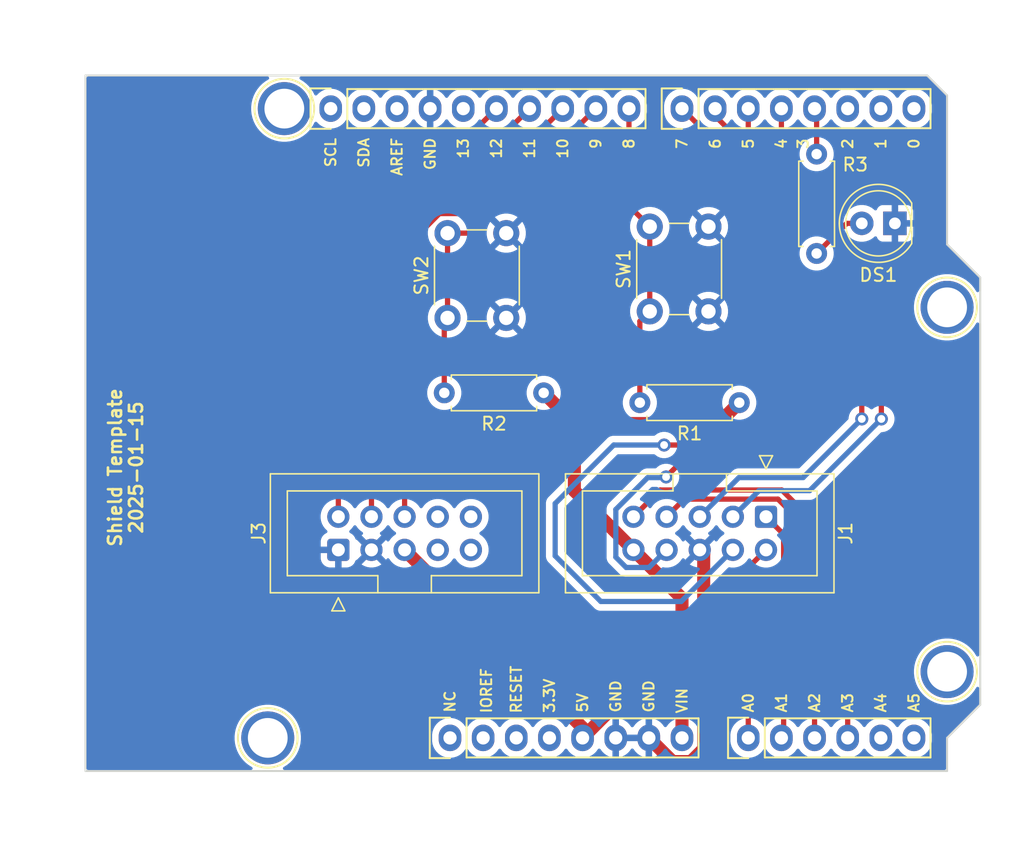
<source format=kicad_pcb>
(kicad_pcb (version 20241229) (generator "pcbnew") (generator_version "9.0")
  (title_block (title "[Your project name here]") (date "2025-01-15") (rev "F") (company "[Your name here]") (comment 1 "(UC Arduino Shield Template by Richard Lane & Allan McInnes)"))
  (layers (0 "F.Cu" signal) (2 "B.Cu" signal) (13 "F.Paste" user) (15 "B.Paste" user) (5 "F.SilkS" user "F.Silkscreen") (7 "B.SilkS" user "B.Silkscreen") (1 "F.Mask" user) (3 "B.Mask" user) (25 "Edge.Cuts" user))
  (net 0 "")
  (net 1 "GND")
  (net 3 "/IOREF")
  (net 4 "/RESET")
  (net 5 "+3.3V")
  (net 6 "+5V")
  (net 7 "Net-(DS1-A)")
  (net 8 "HCS_EN")
  (net 9 "3HCS")
  (net 10 "3LCS")
  (net 11 "LCS_EN")
  (net 12 "/AREF")
  (net 13 "5HCS")
  (net 14 "H2")
  (net 15 "5LCS")
  (net 16 "/D13")
  (net 17 "/A4")
  (net 18 "/A5")
  (net 19 "/SCL")
  (net 20 "/SDA")
  (net 21 "H1")
  (net 22 "SYNC")
  (net 25 "/D0")
  (net 27 "MAIN_SER_OUT")
  (net 28 "/D2")
  (net 29 "CLK")
  (net 30 "/D1")
  (net 36 "BTWO")
  (net 37 "BONE")
  (net 38 "indicator")
  (footprint "Socket_Arduino_Uno:Socket_Strip_Arduino_1x08" (layer "F.Cu") (at 138.938 123.825)
    (property "Reference" "P1" (hide yes))
    (property "Value" "Power" (hide yes))
    (fp_line (start -1.55 -1.55) (end -1.55 1.55) (stroke (width 0.15)) (layer "F.SilkS"))
    (fp_line (start -1.55 1.55) (end 0 1.55) (stroke (width 0.15)) (layer "F.SilkS"))
    (fp_line (start 0 -1.55) (end -1.55 -1.55) (stroke (width 0.15)) (layer "F.SilkS"))
    (fp_line (start 1.27 1.5) (end 1.27 -1.5) (stroke (width 0.15)) (layer "F.SilkS"))
    (fp_line (start 1.27 1.5) (end 19.05 1.5) (stroke (width 0.15)) (layer "F.SilkS"))
    (fp_line (start 19.05 -1.5) (end 1.27 -1.5) (stroke (width 0.15)) (layer "F.SilkS"))
    (fp_line (start 19.05 1.5) (end 19.05 -1.5) (stroke (width 0.15)) (layer "F.SilkS"))
    (pad "1" thru_hole oval (at 0 0) (size 1.7272 2.032) (drill 1.016) (layers "*.Cu" "*.Mask"))
    (pad "2" thru_hole oval (at 2.54 0) (size 1.7272 2.032) (drill 1.016) (layers "*.Cu" "*.Mask") (net 3 "/IOREF"))
    (pad "3" thru_hole oval (at 5.08 0) (size 1.7272 2.032) (drill 1.016) (layers "*.Cu" "*.Mask") (net 4 "/RESET"))
    (pad "4" thru_hole oval (at 7.62 0) (size 1.7272 2.032) (drill 1.016) (layers "*.Cu" "*.Mask") (net 5 "+3.3V"))
    (pad "5" thru_hole oval (at 10.16 0) (size 1.7272 2.032) (drill 1.016) (layers "*.Cu" "*.Mask") (net 6 "+5V"))
    (pad "6" thru_hole oval (at 12.7 0) (size 1.7272 2.032) (drill 1.016) (layers "*.Cu" "*.Mask") (net 1 "GND"))
    (pad "7" thru_hole oval (at 15.24 0) (size 1.7272 2.032) (drill 1.016) (layers "*.Cu" "*.Mask") (net 1 "GND"))
    (pad "8" thru_hole oval (at 17.78 0) (size 1.7272 2.032) (drill 1.016) (layers "*.Cu" "*.Mask") (net 6 "+5V"))
  )
  (footprint "Socket_Arduino_Uno:Socket_Strip_Arduino_1x08" (layer "F.Cu") (at 156.718 75.565)
    (property "Reference" "P4" (hide yes))
    (property "Value" "Digital" (hide yes))
    (fp_line (start -1.55 -1.55) (end -1.55 1.55) (stroke (width 0.15)) (layer "F.SilkS"))
    (fp_line (start -1.55 1.55) (end 0 1.55) (stroke (width 0.15)) (layer "F.SilkS"))
    (fp_line (start 0 -1.55) (end -1.55 -1.55) (stroke (width 0.15)) (layer "F.SilkS"))
    (fp_line (start 1.27 1.5) (end 1.27 -1.5) (stroke (width 0.15)) (layer "F.SilkS"))
    (fp_line (start 1.27 1.5) (end 19.05 1.5) (stroke (width 0.15)) (layer "F.SilkS"))
    (fp_line (start 19.05 -1.5) (end 1.27 -1.5) (stroke (width 0.15)) (layer "F.SilkS"))
    (fp_line (start 19.05 1.5) (end 19.05 -1.5) (stroke (width 0.15)) (layer "F.SilkS"))
    (pad "1" thru_hole oval (at 0 0) (size 1.7272 2.032) (drill 1.016) (layers "*.Cu" "*.Mask") (net 14 "H2"))
    (pad "2" thru_hole oval (at 2.54 0) (size 1.7272 2.032) (drill 1.016) (layers "*.Cu" "*.Mask") (net 21 "H1"))
    (pad "3" thru_hole oval (at 5.08 0) (size 1.7272 2.032) (drill 1.016) (layers "*.Cu" "*.Mask") (net 11 "LCS_EN"))
    (pad "4" thru_hole oval (at 7.62 0) (size 1.7272 2.032) (drill 1.016) (layers "*.Cu" "*.Mask") (net 8 "HCS_EN"))
    (pad "5" thru_hole oval (at 10.16 0) (size 1.7272 2.032) (drill 1.016) (layers "*.Cu" "*.Mask") (net 38 "indicator"))
    (pad "6" thru_hole oval (at 12.7 0) (size 1.7272 2.032) (drill 1.016) (layers "*.Cu" "*.Mask") (net 28 "/D2"))
    (pad "7" thru_hole oval (at 15.24 0) (size 1.7272 2.032) (drill 1.016) (layers "*.Cu" "*.Mask") (net 30 "/D1"))
    (pad "8" thru_hole oval (at 17.78 0) (size 1.7272 2.032) (drill 1.016) (layers "*.Cu" "*.Mask") (net 25 "/D0"))
  )
  (footprint "Socket_Arduino_Uno:Mounting_Hole" (layer "F.Cu") (at 124.968 123.825)
    (property "Reference" "H1" (hide yes))
    (property "Value" "CONN_01X01" (hide yes))
    (fp_circle (center 0 0) (end 0 -2.286) (stroke (width 0.15)) (fill no) (layer "F.SilkS"))
    (pad "1" thru_hole circle (at 0 0) (size 4.064 4.064) (drill 3.048) (layers "*.Cu" "*.Mask"))
  )
  (footprint "Socket_Arduino_Uno:Mounting_Hole" (layer "F.Cu") (at 177.038 118.745)
    (property "Reference" "H2" (hide yes))
    (property "Value" "CONN_01X01" (hide yes))
    (fp_circle (center 0 0) (end 0 -2.286) (stroke (width 0.15)) (fill no) (layer "F.SilkS"))
    (pad "1" thru_hole circle (at 0 0) (size 4.064 4.064) (drill 3.048) (layers "*.Cu" "*.Mask"))
  )
  (footprint "Socket_Arduino_Uno:Mounting_Hole" (layer "F.Cu") (at 126.238 75.565)
    (property "Reference" "H3" (hide yes))
    (property "Value" "CONN_01X01" (hide yes))
    (fp_circle (center 0 0) (end 0 -2.286) (stroke (width 0.15)) (fill no) (layer "F.SilkS"))
    (pad "1" thru_hole circle (at 0 0) (size 4.064 4.064) (drill 3.048) (layers "*.Cu" "*.Mask"))
  )
  (footprint "Socket_Arduino_Uno:Mounting_Hole" (layer "F.Cu") (at 177.038 90.805)
    (property "Reference" "H4" (hide yes))
    (property "Value" "CONN_01X01" (hide yes))
    (fp_circle (center 0 0) (end 0 -2.286) (stroke (width 0.15)) (fill no) (layer "F.SilkS"))
    (pad "1" thru_hole circle (at 0 0) (size 4.064 4.064) (drill 3.048) (layers "*.Cu" "*.Mask"))
  )
  (footprint "Socket_Arduino_Uno:Socket_Strip_Arduino_1x06" (layer "F.Cu") (at 161.798 123.825)
    (property "Reference" "P2" (hide yes))
    (property "Value" "Analog" (hide yes))
    (fp_line (start -1.55 -1.55) (end -1.55 1.55) (stroke (width 0.15)) (layer "F.SilkS"))
    (fp_line (start -1.55 1.55) (end 0 1.55) (stroke (width 0.15)) (layer "F.SilkS"))
    (fp_line (start 0 -1.55) (end -1.55 -1.55) (stroke (width 0.15)) (layer "F.SilkS"))
    (fp_line (start 1.27 1.5) (end 1.27 -1.5) (stroke (width 0.15)) (layer "F.SilkS"))
    (fp_line (start 1.27 1.5) (end 13.97 1.5) (stroke (width 0.15)) (layer "F.SilkS"))
    (fp_line (start 13.97 -1.5) (end 1.27 -1.5) (stroke (width 0.15)) (layer "F.SilkS"))
    (fp_line (start 13.97 1.5) (end 13.97 -1.5) (stroke (width 0.15)) (layer "F.SilkS"))
    (pad "1" thru_hole oval (at 0 0) (size 1.7272 2.032) (drill 1.016) (layers "*.Cu" "*.Mask") (net 9 "3HCS"))
    (pad "2" thru_hole oval (at 2.54 0) (size 1.7272 2.032) (drill 1.016) (layers "*.Cu" "*.Mask") (net 13 "5HCS"))
    (pad "3" thru_hole oval (at 5.08 0) (size 1.7272 2.032) (drill 1.016) (layers "*.Cu" "*.Mask") (net 15 "5LCS"))
    (pad "4" thru_hole oval (at 7.62 0) (size 1.7272 2.032) (drill 1.016) (layers "*.Cu" "*.Mask") (net 10 "3LCS"))
    (pad "5" thru_hole oval (at 10.16 0) (size 1.7272 2.032) (drill 1.016) (layers "*.Cu" "*.Mask") (net 17 "/A4"))
    (pad "6" thru_hole oval (at 12.7 0) (size 1.7272 2.032) (drill 1.016) (layers "*.Cu" "*.Mask") (net 18 "/A5"))
  )
  (footprint "Socket_Arduino_Uno:Socket_Strip_Arduino_1x10" (layer "F.Cu") (at 129.794 75.565)
    (property "Reference" "P3" (hide yes))
    (property "Value" "Digital" (hide yes))
    (fp_line (start -1.55 -1.55) (end -1.55 1.55) (stroke (width 0.15)) (layer "F.SilkS"))
    (fp_line (start -1.55 1.55) (end 0 1.55) (stroke (width 0.15)) (layer "F.SilkS"))
    (fp_line (start 0 -1.55) (end -1.55 -1.55) (stroke (width 0.15)) (layer "F.SilkS"))
    (fp_line (start 1.27 1.5) (end 1.27 -1.5) (stroke (width 0.15)) (layer "F.SilkS"))
    (fp_line (start 1.27 1.5) (end 24.13 1.5) (stroke (width 0.15)) (layer "F.SilkS"))
    (fp_line (start 24.13 -1.5) (end 1.27 -1.5) (stroke (width 0.15)) (layer "F.SilkS"))
    (fp_line (start 24.13 1.5) (end 24.13 -1.5) (stroke (width 0.15)) (layer "F.SilkS"))
    (pad "1" thru_hole oval (at 0 0) (size 1.7272 2.032) (drill 1.016) (layers "*.Cu" "*.Mask") (net 19 "/SCL"))
    (pad "2" thru_hole oval (at 2.54 0) (size 1.7272 2.032) (drill 1.016) (layers "*.Cu" "*.Mask") (net 20 "/SDA"))
    (pad "3" thru_hole oval (at 5.08 0) (size 1.7272 2.032) (drill 1.016) (layers "*.Cu" "*.Mask") (net 12 "/AREF"))
    (pad "4" thru_hole oval (at 7.62 0) (size 1.7272 2.032) (drill 1.016) (layers "*.Cu" "*.Mask") (net 1 "GND"))
    (pad "5" thru_hole oval (at 10.16 0) (size 1.7272 2.032) (drill 1.016) (layers "*.Cu" "*.Mask") (net 16 "/D13"))
    (pad "6" thru_hole oval (at 12.7 0) (size 1.7272 2.032) (drill 1.016) (layers "*.Cu" "*.Mask") (net 22 "SYNC"))
    (pad "7" thru_hole oval (at 15.24 0) (size 1.7272 2.032) (drill 1.016) (layers "*.Cu" "*.Mask") (net 29 "CLK"))
    (pad "8" thru_hole oval (at 17.78 0) (size 1.7272 2.032) (drill 1.016) (layers "*.Cu" "*.Mask") (net 27 "MAIN_SER_OUT"))
    (pad "9" thru_hole oval (at 20.32 0) (size 1.7272 2.032) (drill 1.016) (layers "*.Cu" "*.Mask") (net 36 "BTWO"))
    (pad "10" thru_hole oval (at 22.86 0) (size 1.7272 2.032) (drill 1.016) (layers "*.Cu" "*.Mask") (net 37 "BONE"))
  )
  (footprint "LED_THT:LED_D5.0mm" (layer "F.Cu") (at 173.038 84.365 180)
    (property "Reference" "DS1" (at 1.27 -3.96 0) (layer "F.SilkS"))
    (property "Value" "UC_LED")
    (fp_line (start -1.29 -1.545) (end -1.29 1.545) (stroke (width 0.12)) (layer "F.SilkS"))
    (fp_arc (start 4.26 0.000048) (mid 2.071756 2.880501) (end -1.29 1.54483) (stroke (width 0.12)) (layer "F.SilkS"))
    (fp_arc (start -1.29 -1.54483) (mid 2.071756 -2.880501) (end 4.26 -0.000048) (stroke (width 0.12)) (layer "F.SilkS"))
    (fp_circle (center 1.27 0) (end 3.77 0) (stroke (width 0.12)) (fill no) (layer "F.SilkS"))
    (pad "1" thru_hole rect (at 0 0 180) (size 1.8 1.8) (drill 0.9) (layers "*.Cu" "*.Mask") (net 1 "GND"))
    (pad "2" thru_hole circle (at 2.54 0 180) (size 1.8 1.8) (drill 0.9) (layers "*.Cu" "*.Mask") (net 7 "Net-(DS1-A)"))
  )
  (footprint "Resistor_THT:R_Axial_DIN0207_L6.3mm_D2.5mm_P7.62mm_Horizontal" (layer "F.Cu") (at 161.108 98.115 180)
    (property "Reference" "R1" (at 3.81 -2.37 0) (layer "F.SilkS"))
    (property "Value" "1k")
    (fp_line (start 7.08 1.37) (end 7.08 1.04) (stroke (width 0.12)) (layer "F.SilkS"))
    (fp_line (start 7.08 -1.37) (end 7.08 -1.04) (stroke (width 0.12)) (layer "F.SilkS"))
    (fp_line (start 0.54 1.37) (end 7.08 1.37) (stroke (width 0.12)) (layer "F.SilkS"))
    (fp_line (start 0.54 1.04) (end 0.54 1.37) (stroke (width 0.12)) (layer "F.SilkS"))
    (fp_line (start 0.54 -1.04) (end 0.54 -1.37) (stroke (width 0.12)) (layer "F.SilkS"))
    (fp_line (start 0.54 -1.37) (end 7.08 -1.37) (stroke (width 0.12)) (layer "F.SilkS"))
    (pad "1" thru_hole circle (at 0 0 180) (size 1.6 1.6) (drill 0.8) (layers "*.Cu" "*.Mask") (net 6 "+5V"))
    (pad "2" thru_hole oval (at 7.62 0 180) (size 1.6 1.6) (drill 0.8) (layers "*.Cu" "*.Mask") (net 37 "BONE"))
  )
  (footprint "Button_Switch_THT:SW_PUSH_6mm_H5mm" (layer "F.Cu") (at 138.748 91.615 90)
    (property "Reference" "SW2" (at 3.25 -2 90) (layer "F.SilkS"))
    (property "Value" "UC_SW_Push")
    (fp_line (start 5.5 -1) (end 1 -1) (stroke (width 0.12)) (layer "F.SilkS"))
    (fp_line (start -0.25 1.5) (end -0.25 3) (stroke (width 0.12)) (layer "F.SilkS"))
    (fp_line (start 6.75 3) (end 6.75 1.5) (stroke (width 0.12)) (layer "F.SilkS"))
    (fp_line (start 1 5.5) (end 5.5 5.5) (stroke (width 0.12)) (layer "F.SilkS"))
    (pad "1" thru_hole circle (at 0 0 180) (size 2 2) (drill 1.1) (layers "*.Cu" "*.Mask") (net 36 "BTWO"))
    (pad "1" thru_hole circle (at 6.5 0 180) (size 2 2) (drill 1.1) (layers "*.Cu" "*.Mask") (net 36 "BTWO"))
    (pad "2" thru_hole circle (at 0 4.5 180) (size 2 2) (drill 1.1) (layers "*.Cu" "*.Mask") (net 1 "GND"))
    (pad "2" thru_hole circle (at 6.5 4.5 180) (size 2 2) (drill 1.1) (layers "*.Cu" "*.Mask") (net 1 "GND"))
  )
  (footprint "Button_Switch_THT:SW_PUSH_6mm_H5mm" (layer "F.Cu") (at 154.248 91.115 90)
    (property "Reference" "SW1" (at 3.25 -2 90) (layer "F.SilkS"))
    (property "Value" "UC_SW_Push")
    (fp_line (start 5.5 -1) (end 1 -1) (stroke (width 0.12)) (layer "F.SilkS"))
    (fp_line (start -0.25 1.5) (end -0.25 3) (stroke (width 0.12)) (layer "F.SilkS"))
    (fp_line (start 6.75 3) (end 6.75 1.5) (stroke (width 0.12)) (layer "F.SilkS"))
    (fp_line (start 1 5.5) (end 5.5 5.5) (stroke (width 0.12)) (layer "F.SilkS"))
    (pad "1" thru_hole circle (at 0 0 180) (size 2 2) (drill 1.1) (layers "*.Cu" "*.Mask") (net 37 "BONE"))
    (pad "1" thru_hole circle (at 6.5 0 180) (size 2 2) (drill 1.1) (layers "*.Cu" "*.Mask") (net 37 "BONE"))
    (pad "2" thru_hole circle (at 0 4.5 180) (size 2 2) (drill 1.1) (layers "*.Cu" "*.Mask") (net 1 "GND"))
    (pad "2" thru_hole circle (at 6.5 4.5 180) (size 2 2) (drill 1.1) (layers "*.Cu" "*.Mask") (net 1 "GND"))
  )
  (footprint "Connector_IDC:IDC-Header_2x05_P2.54mm_Vertical" (layer "F.Cu") (at 163.158 106.865 -90)
    (property "Reference" "J1" (at 1.27 -6.1 90) (layer "F.SilkS"))
    (property "Value" "Conn_02x05_Counter_Clockwise")
    (fp_line (start -3.29 15.37) (end -3.29 -5.21) (stroke (width 0.12)) (layer "F.SilkS"))
    (fp_line (start 5.83 15.37) (end -3.29 15.37) (stroke (width 0.12)) (layer "F.SilkS"))
    (fp_line (start -1.98 14.07) (end -1.98 7.13) (stroke (width 0.12)) (layer "F.SilkS"))
    (fp_line (start 4.52 14.07) (end -1.98 14.07) (stroke (width 0.12)) (layer "F.SilkS"))
    (fp_line (start -1.98 7.13) (end -3.29 7.13) (stroke (width 0.12)) (layer "F.SilkS"))
    (fp_line (start -1.98 7.13) (end -1.98 7.13) (stroke (width 0.12)) (layer "F.SilkS"))
    (fp_line (start -3.29 3.03) (end -1.98 3.03) (stroke (width 0.12)) (layer "F.SilkS"))
    (fp_line (start -1.98 3.03) (end -1.98 -3.91) (stroke (width 0.12)) (layer "F.SilkS"))
    (fp_line (start -4.68 0.5) (end -3.68 0) (stroke (width 0.12)) (layer "F.SilkS"))
    (fp_line (start -3.68 0) (end -4.68 -0.5) (stroke (width 0.12)) (layer "F.SilkS"))
    (fp_line (start -4.68 -0.5) (end -4.68 0.5) (stroke (width 0.12)) (layer "F.SilkS"))
    (fp_line (start -1.98 -3.91) (end 4.52 -3.91) (stroke (width 0.12)) (layer "F.SilkS"))
    (fp_line (start 4.52 -3.91) (end 4.52 14.07) (stroke (width 0.12)) (layer "F.SilkS"))
    (fp_line (start -3.29 -5.21) (end 5.83 -5.21) (stroke (width 0.12)) (layer "F.SilkS"))
    (fp_line (start 5.83 -5.21) (end 5.83 15.37) (stroke (width 0.12)) (layer "F.SilkS"))
    (pad "1" thru_hole roundrect (at 0 0 270) (size 1.7 1.7) (drill 1) (layers "*.Cu" "*.Mask") (roundrect_rratio 0.147059) (net 13 "5HCS"))
    (pad "2" thru_hole circle (at 2.54 0 270) (size 1.7 1.7) (drill 1) (layers "*.Cu" "*.Mask") (net 9 "3HCS"))
    (pad "3" thru_hole circle (at 0 2.54 270) (size 1.7 1.7) (drill 1) (layers "*.Cu" "*.Mask") (net 8 "HCS_EN"))
    (pad "4" thru_hole circle (at 2.54 2.54 270) (size 1.7 1.7) (drill 1) (layers "*.Cu" "*.Mask") (net 14 "H2"))
    (pad "5" thru_hole circle (at 0 5.08 270) (size 1.7 1.7) (drill 1) (layers "*.Cu" "*.Mask") (net 11 "LCS_EN"))
    (pad "6" thru_hole circle (at 2.54 5.08 270) (size 1.7 1.7) (drill 1) (layers "*.Cu" "*.Mask") (net 1 "GND"))
    (pad "7" thru_hole circle (at 0 7.62 270) (size 1.7 1.7) (drill 1) (layers "*.Cu" "*.Mask") (net 15 "5LCS"))
    (pad "8" thru_hole circle (at 2.54 7.62 270) (size 1.7 1.7) (drill 1) (layers "*.Cu" "*.Mask") (net 21 "H1"))
    (pad "9" thru_hole circle (at 0 10.16 270) (size 1.7 1.7) (drill 1) (layers "*.Cu" "*.Mask") (net 10 "3LCS"))
    (pad "10" thru_hole circle (at 2.54 10.16 270) (size 1.7 1.7) (drill 1) (layers "*.Cu" "*.Mask") (net 6 "+5V"))
  )
  (footprint "Resistor_THT:R_Axial_DIN0207_L6.3mm_D2.5mm_P7.62mm_Horizontal" (layer "F.Cu") (at 167.038 79.055 -90)
    (property "Reference" "R3" (at 0.81 -2.96 180) (layer "F.SilkS"))
    (property "Value" "1k")
    (fp_line (start 0.54 1.37) (end 7.08 1.37) (stroke (width 0.12)) (layer "F.SilkS"))
    (fp_line (start 7.08 1.37) (end 7.08 1.04) (stroke (width 0.12)) (layer "F.SilkS"))
    (fp_line (start 0.54 1.04) (end 0.54 1.37) (stroke (width 0.12)) (layer "F.SilkS"))
    (fp_line (start 0.54 -1.04) (end 0.54 -1.37) (stroke (width 0.12)) (layer "F.SilkS"))
    (fp_line (start 0.54 -1.37) (end 7.08 -1.37) (stroke (width 0.12)) (layer "F.SilkS"))
    (fp_line (start 7.08 -1.37) (end 7.08 -1.04) (stroke (width 0.12)) (layer "F.SilkS"))
    (pad "1" thru_hole circle (at 0 0 270) (size 1.6 1.6) (drill 0.8) (layers "*.Cu" "*.Mask") (net 38 "indicator"))
    (pad "2" thru_hole oval (at 7.62 0 270) (size 1.6 1.6) (drill 0.8) (layers "*.Cu" "*.Mask") (net 7 "Net-(DS1-A)"))
  )
  (footprint "Connector_IDC:IDC-Header_2x05_P2.54mm_Vertical" (layer "F.Cu") (at 130.378 109.405 90)
    (property "Reference" "J3" (at 1.27 -6.1 90) (layer "F.SilkS"))
    (property "Value" "Conn_02x05_Counter_Clockwise")
    (fp_line (start 5.83 -5.21) (end 5.83 15.37) (stroke (width 0.12)) (layer "F.SilkS"))
    (fp_line (start -3.29 -5.21) (end 5.83 -5.21) (stroke (width 0.12)) (layer "F.SilkS"))
    (fp_line (start 4.52 -3.91) (end 4.52 14.07) (stroke (width 0.12)) (layer "F.SilkS"))
    (fp_line (start -1.98 -3.91) (end 4.52 -3.91) (stroke (width 0.12)) (layer "F.SilkS"))
    (fp_line (start -4.68 -0.5) (end -4.68 0.5) (stroke (width 0.12)) (layer "F.SilkS"))
    (fp_line (start -3.68 0) (end -4.68 -0.5) (stroke (width 0.12)) (layer "F.SilkS"))
    (fp_line (start -4.68 0.5) (end -3.68 0) (stroke (width 0.12)) (layer "F.SilkS"))
    (fp_line (start -1.98 3.03) (end -1.98 -3.91) (stroke (width 0.12)) (layer "F.SilkS"))
    (fp_line (start -3.29 3.03) (end -1.98 3.03) (stroke (width 0.12)) (layer "F.SilkS"))
    (fp_line (start -1.98 7.13) (end -1.98 7.13) (stroke (width 0.12)) (layer "F.SilkS"))
    (fp_line (start -1.98 7.13) (end -3.29 7.13) (stroke (width 0.12)) (layer "F.SilkS"))
    (fp_line (start 4.52 14.07) (end -1.98 14.07) (stroke (width 0.12)) (layer "F.SilkS"))
    (fp_line (start -1.98 14.07) (end -1.98 7.13) (stroke (width 0.12)) (layer "F.SilkS"))
    (fp_line (start 5.83 15.37) (end -3.29 15.37) (stroke (width 0.12)) (layer "F.SilkS"))
    (fp_line (start -3.29 15.37) (end -3.29 -5.21) (stroke (width 0.12)) (layer "F.SilkS"))
    (pad "1" thru_hole roundrect (at 0 0 90) (size 1.7 1.7) (drill 1) (layers "*.Cu" "*.Mask") (roundrect_rratio 0.147059) (net 1 "GND"))
    (pad "2" thru_hole circle (at 2.54 0 90) (size 1.7 1.7) (drill 1) (layers "*.Cu" "*.Mask") (net 22 "SYNC"))
    (pad "3" thru_hole circle (at 0 2.54 90) (size 1.7 1.7) (drill 1) (layers "*.Cu" "*.Mask") (net 1 "GND"))
    (pad "4" thru_hole circle (at 2.54 2.54 90) (size 1.7 1.7) (drill 1) (layers "*.Cu" "*.Mask") (net 29 "CLK"))
    (pad "5" thru_hole circle (at 0 5.08 90) (size 1.7 1.7) (drill 1) (layers "*.Cu" "*.Mask") (net 6 "+5V"))
    (pad "6" thru_hole circle (at 2.54 5.08 90) (size 1.7 1.7) (drill 1) (layers "*.Cu" "*.Mask") (net 27 "MAIN_SER_OUT"))
    (pad "7" thru_hole circle (at 0 7.62 90) (size 1.7 1.7) (drill 1) (layers "*.Cu" "*.Mask"))
    (pad "8" thru_hole circle (at 2.54 7.62 90) (size 1.7 1.7) (drill 1) (layers "*.Cu" "*.Mask"))
    (pad "9" thru_hole circle (at 0 10.16 90) (size 1.7 1.7) (drill 1) (layers "*.Cu" "*.Mask"))
    (pad "10" thru_hole circle (at 2.54 10.16 90) (size 1.7 1.7) (drill 1) (layers "*.Cu" "*.Mask"))
  )
  (footprint "Resistor_THT:R_Axial_DIN0207_L6.3mm_D2.5mm_P7.62mm_Horizontal" (layer "F.Cu") (at 146.118 97.365 180)
    (property "Reference" "R2" (at 3.81 -2.37 0) (layer "F.SilkS"))
    (property "Value" "1k")
    (fp_line (start 7.08 1.37) (end 7.08 1.04) (stroke (width 0.12)) (layer "F.SilkS"))
    (fp_line (start 7.08 -1.37) (end 7.08 -1.04) (stroke (width 0.12)) (layer "F.SilkS"))
    (fp_line (start 0.54 1.37) (end 7.08 1.37) (stroke (width 0.12)) (layer "F.SilkS"))
    (fp_line (start 0.54 1.04) (end 0.54 1.37) (stroke (width 0.12)) (layer "F.SilkS"))
    (fp_line (start 0.54 -1.04) (end 0.54 -1.37) (stroke (width 0.12)) (layer "F.SilkS"))
    (fp_line (start 0.54 -1.37) (end 7.08 -1.37) (stroke (width 0.12)) (layer "F.SilkS"))
    (pad "1" thru_hole circle (at 0 0 180) (size 1.6 1.6) (drill 0.8) (layers "*.Cu" "*.Mask") (net 6 "+5V"))
    (pad "2" thru_hole oval (at 7.62 0 180) (size 1.6 1.6) (drill 0.8) (layers "*.Cu" "*.Mask") (net 36 "BTWO"))
  )
  (gr_line (start 179.578 121.285) (end 179.578 88.519) (stroke (width 0.15)) (layer "Edge.Cuts"))
  (gr_line (start 110.998 73.025) (end 110.998 126.365) (stroke (width 0.15)) (layer "Edge.Cuts"))
  (gr_line (start 177.038 126.365) (end 177.038 123.825) (stroke (width 0.15)) (layer "Edge.Cuts"))
  (gr_line (start 175.514 73.025) (end 110.998 73.025) (stroke (width 0.15)) (layer "Edge.Cuts"))
  (gr_line (start 179.578 88.519) (end 177.038 85.979) (stroke (width 0.15)) (layer "Edge.Cuts"))
  (gr_line (start 177.038 85.979) (end 177.038 74.549) (stroke (width 0.15)) (layer "Edge.Cuts"))
  (gr_line (start 110.998 126.365) (end 177.038 126.365) (stroke (width 0.15)) (layer "Edge.Cuts"))
  (gr_line (start 177.038 123.825) (end 179.578 121.285) (stroke (width 0.15)) (layer "Edge.Cuts"))
  (gr_line (start 177.038 74.549) (end 175.514 73.025) (stroke (width 0.15)) (layer "Edge.Cuts"))
  (gr_text "Shield Template\n2025-01-15" (at 114.073 103.09 90) (layer "F.SilkS") (effects (font (size 1 1) (thickness 0.2))))
  (gr_text "GND" (at 137.414 79.041571 90) (layer "F.SilkS") (effects (font (size 0.8 0.8))))
  (gr_text "A5" (at 174.498 121.129714 90) (layer "F.SilkS") (effects (font (size 0.8 0.8))))
  (gr_text "3" (at 165.998 78.255857 90) (layer "F.SilkS") (effects (font (size 0.8 0.8))))
  (gr_text "0" (at 174.498 78.255857 90) (layer "F.SilkS") (effects (font (size 0.8 0.8))))
  (gr_text "6" (at 159.258 78.255857 90) (layer "F.SilkS") (effects (font (size 0.8 0.8))))
  (gr_text "10" (at 147.574 78.613 90) (layer "F.SilkS") (effects (font (size 0.8 0.8))))
  (gr_text "12" (at 142.494 78.613 90) (layer "F.SilkS") (effects (font (size 0.8 0.8))))
  (gr_text "AREF" (at 134.874 79.255857 90) (layer "F.SilkS") (effects (font (size 0.8 0.8))))
  (gr_text "3.3V" (at 146.558 120.593999 90) (layer "F.SilkS") (effects (font (size 0.8 0.8))))
  (gr_text "9" (at 150.114 78.255857 90) (layer "F.SilkS") (effects (font (size 0.8 0.8))))
  (gr_text "A1" (at 164.338 121.129714 90) (layer "F.SilkS") (effects (font (size 0.8 0.8))))
  (gr_text "A0" (at 161.798 121.129714 90) (layer "F.SilkS") (effects (font (size 0.8 0.8))))
  (gr_text "8" (at 152.654 78.255857 90) (layer "F.SilkS") (effects (font (size 0.8 0.8))))
  (gr_text "1" (at 171.958 78.255857 90) (layer "F.SilkS") (effects (font (size 0.8 0.8))))
  (gr_text "2" (at 169.418 78.255857 90) (layer "F.SilkS") (effects (font (size 0.8 0.8))))
  (gr_text "NC" (at 138.938 121.040428 90) (layer "F.SilkS") (effects (font (size 0.8 0.8))))
  (gr_text "GND" (at 151.638 121.958285 90) (layer "F.SilkS") (effects (font (size 0.8 0.8)) (justify left)))
  (gr_text "A3" (at 169.418 121.129714 90) (layer "F.SilkS") (effects (font (size 0.8 0.8))))
  (gr_text "11" (at 145.034 78.613 90) (layer "F.SilkS") (effects (font (size 0.8 0.8))))
  (gr_text "IOREF" (at 141.732 120.201143 90) (layer "F.SilkS") (effects (font (size 0.8 0.8))))
  (gr_text "A2" (at 166.878 121.129714 90) (layer "F.SilkS") (effects (font (size 0.8 0.8))))
  (gr_text "13" (at 139.954 78.613 90) (layer "F.SilkS") (effects (font (size 0.8 0.8))))
  (gr_text "A4" (at 171.958 121.129714 90) (layer "F.SilkS") (effects (font (size 0.8 0.8))))
  (gr_text "GND" (at 154.178 121.958285 90) (layer "F.SilkS") (effects (font (size 0.8 0.8)) (justify left)))
  (gr_text "4" (at 164.338 78.255857 90) (layer "F.SilkS") (effects (font (size 0.8 0.8))))
  (gr_text "7" (at 156.718 78.255857 90) (layer "F.SilkS") (effects (font (size 0.8 0.8))))
  (gr_text "5V" (at 149.098 121.129714 90) (layer "F.SilkS") (effects (font (size 0.8 0.8))))
  (gr_text "VIN" (at 156.718 120.969 90) (layer "F.SilkS") (effects (font (size 0.8 0.8))))
  (gr_text "SCL" (at 129.794 78.934429 90) (layer "F.SilkS") (effects (font (size 0.8 0.8))))
  (gr_text "SDA" (at 132.334 78.952286 90) (layer "F.SilkS") (effects (font (size 0.8 0.8))))
  (gr_text "RESET" (at 144.018 120.111857 90) (layer "F.SilkS") (effects (font (size 0.8 0.8))))
  (gr_text "5" (at 161.798 78.255857 90) (layer "F.SilkS") (effects (font (size 0.8 0.8))))
  (segment (start 158.3826 109.7096) (end 158.078 109.405) (width 1) (layer "F.Cu") (net 1))
  (segment (start 158.3826 124.6669) (end 158.3826 109.7096) (width 1) (layer "F.Cu") (net 1))
  (segment (start 157.4075 125.642) (end 158.3826 124.6669) (width 1) (layer "F.Cu") (net 1))
  (segment (start 154.178 123.825) (end 155.995 125.642) (width 1) (layer "F.Cu") (net 1))
  (segment (start 155.995 125.642) (end 157.4075 125.642) (width 1) (layer "F.Cu") (net 1))
  (segment (start 148.469 99.716) (end 148.469 104.876) (width 1) (layer "F.Cu") (net 6))
  (segment (start 148.469 99.716) (end 159.507 99.716) (width 1) (layer "F.Cu") (net 6))
  (segment (start 149.098 123.045) (end 149.098 123.825) (width 1) (layer "F.Cu") (net 6))
  (segment (start 149.098 123.825) (end 154.058 118.865) (width 1) (layer "F.Cu") (net 6))
  (segment (start 156.718 113.125) (end 156.718 118.865) (width 1) (layer "F.Cu") (net 6))
  (segment (start 159.507 99.716) (end 161.108 98.115) (width 1) (layer "F.Cu") (net 6))
  (segment (start 135.458 109.405) (end 149.098 123.045) (width 1) (layer "F.Cu") (net 6))
  (segment (start 148.469 104.876) (end 152.998 109.405) (width 1) (layer "F.Cu") (net 6))
  (segment (start 146.118 97.365) (end 148.469 99.716) (width 1) (layer "F.Cu") (net 6))
  (segment (start 152.998 109.405) (end 156.718 113.125) (width 1) (layer "F.Cu") (net 6))
  (segment (start 154.058 118.865) (end 156.718 118.865) (width 1) (layer "F.Cu") (net 6))
  (segment (start 156.718 118.865) (end 156.718 123.825) (width 1) (layer "F.Cu") (net 6))
  (segment (start 170.498 84.365) (end 169.348 84.365) (width 0.4) (layer "F.Cu") (net 7))
  (segment (start 169.348 84.365) (end 167.038 86.675) (width 0.4) (layer "F.Cu") (net 7))
  (segment (start 171.998 94.865) (end 164.338 87.205) (width 0.4) (layer "F.Cu") (net 8))
  (segment (start 164.338 87.205) (end 164.338 75.565) (width 0.4) (layer "F.Cu") (net 8))
  (segment (start 171.998 99.365) (end 171.998 94.865) (width 0.4) (layer "F.Cu") (net 8))
  (via (at 171.998 99.365) (size 1) (drill 0.6) (layers "F.Cu" "B.Cu") (net 8))
  (segment (start 162.618 104.865) (end 166.498 104.865) (width 0.4) (layer "B.Cu") (net 8))
  (segment (start 166.498 104.865) (end 171.998 99.365) (width 0.4) (layer "B.Cu") (net 8))
  (segment (start 160.618 106.865) (end 162.618 104.865) (width 0.4) (layer "B.Cu") (net 8))
  (segment (start 163.158 109.405) (end 161.798 110.765) (width 0.4) (layer "F.Cu") (net 9))
  (segment (start 161.798 110.765) (end 161.798 123.825) (width 0.4) (layer "F.Cu") (net 9))
  (segment (start 155.05 104.813) (end 152.998 106.865) (width 0.4) (layer "F.Cu") (net 10))
  (segment (start 169.418 123.825) (end 169.418 109.864634) (width 0.4) (layer "F.Cu") (net 10))
  (segment (start 164.366366 104.813) (end 155.05 104.813) (width 0.4) (layer "F.Cu") (net 10))
  (segment (start 169.418 109.864634) (end 164.366366 104.813) (width 0.4) (layer "F.Cu") (net 10))
  (segment (start 170.498 94.356364) (end 163.637 87.495364) (width 0.4) (layer "F.Cu") (net 11))
  (segment (start 163.637 79.365) (end 161.798 77.526) (width 0.4) (layer "F.Cu") (net 11))
  (segment (start 170.498 99.365) (end 170.498 94.356364) (width 0.4) (layer "F.Cu") (net 11))
  (segment (start 163.637 87.495364) (end 163.637 79.365) (width 0.4) (layer "F.Cu") (net 11))
  (segment (start 161.798 77.526) (end 161.798 75.565) (width 0.4) (layer "F.Cu") (net 11))
  (via (at 170.498 99.365) (size 1) (drill 0.6) (layers "F.Cu" "B.Cu") (net 11))
  (segment (start 165.998 103.865) (end 161.078 103.865) (width 0.4) (layer "B.Cu") (net 11))
  (segment (start 170.498 99.365) (end 165.998 103.865) (width 0.4) (layer "B.Cu") (net 11))
  (segment (start 161.078 103.865) (end 158.078 106.865) (width 0.4) (layer "B.Cu") (net 11))
  (segment (start 164.509 123.654) (end 164.509 108.216) (width 0.4) (layer "F.Cu") (net 13))
  (segment (start 164.509 108.216) (end 163.158 106.865) (width 0.4) (layer "F.Cu") (net 13))
  (segment (start 164.338 123.825) (end 164.509 123.654) (width 0.4) (layer "F.Cu") (net 13))
  (segment (start 155.347 101.365) (end 161.746 101.365) (width 0.4) (layer "F.Cu") (net 14))
  (segment (start 166.297 96.814) (end 166.297 92.138092) (width 0.4) (layer "F.Cu") (net 14))
  (segment (start 162.235 88.076092) (end 162.235 81.082) (width 0.4) (layer "F.Cu") (net 14))
  (segment (start 166.297 92.138092) (end 162.235 88.076092) (width 0.4) (layer "F.Cu") (net 14))
  (segment (start 162.235 81.082) (end 156.718 75.565) (width 0.4) (layer "F.Cu") (net 14))
  (segment (start 161.746 101.365) (end 166.297 96.814) (width 0.4) (layer "F.Cu") (net 14))
  (via (at 155.347 101.365) (size 1) (drill 0.6) (layers "F.Cu" "B.Cu") (net 14))
  (segment (start 151.484043 101.365) (end 146.998 105.851043) (width 0.4) (layer "B.Cu") (net 14))
  (segment (start 146.998 109.865) (end 150.498 113.365) (width 0.4) (layer "B.Cu") (net 14))
  (segment (start 156.658 113.365) (end 160.618 109.405) (width 0.4) (layer "B.Cu") (net 14))
  (segment (start 146.998 105.851043) (end 146.998 109.865) (width 0.4) (layer "B.Cu") (net 14))
  (segment (start 155.347 101.365) (end 151.484043 101.365) (width 0.4) (layer "B.Cu") (net 14))
  (segment (start 150.498 113.365) (end 156.658 113.365) (width 0.4) (layer "B.Cu") (net 14))
  (segment (start 166.878 123.825) (end 166.878 108.315998) (width 0.4) (layer "F.Cu") (net 15))
  (segment (start 166.878 108.315998) (end 164.076002 105.514) (width 0.4) (layer "F.Cu") (net 15))
  (segment (start 164.076002 105.514) (end 156.889 105.514) (width 0.4) (layer "F.Cu") (net 15))
  (segment (start 156.889 105.514) (end 155.538 106.865) (width 0.4) (layer "F.Cu") (net 15))
  (segment (start 162.936 79.803) (end 159.258 76.125) (width 0.4) (layer "F.Cu") (net 21))
  (segment (start 155.498 103.813) (end 156.446 102.865) (width 0.4) (layer "F.Cu") (net 21))
  (segment (start 166.998 98.365) (end 166.998 91.847728) (width 0.4) (layer "F.Cu") (net 21))
  (segment (start 156.446 102.865) (end 162.498 102.865) (width 0.4) (layer "F.Cu") (net 21))
  (segment (start 162.936 87.785728) (end 162.936 79.803) (width 0.4) (layer "F.Cu") (net 21))
  (segment (start 166.998 91.847728) (end 162.936 87.785728) (width 0.4) (layer "F.Cu") (net 21))
  (segment (start 159.258 76.125) (end 159.258 75.565) (width 0.4) (layer "F.Cu") (net 21))
  (segment (start 162.498 102.865) (end 166.998 98.365) (width 0.4) (layer "F.Cu") (net 21))
  (via (at 155.498 103.813) (size 1) (drill 0.6) (layers "F.Cu" "B.Cu") (net 21))
  (segment (start 151.647 106.305397) (end 151.647 109.964603) (width 0.4) (layer "B.Cu") (net 21))
  (segment (start 154.087397 103.865) (end 151.647 106.305397) (width 0.4) (layer "B.Cu") (net 21))
  (segment (start 154.187 110.756) (end 155.538 109.405) (width 0.4) (layer "B.Cu") (net 21))
  (segment (start 151.647 109.964603) (end 152.438397 110.756) (width 0.4) (layer "B.Cu") (net 21))
  (segment (start 152.438397 110.756) (end 154.187 110.756) (width 0.4) (layer "B.Cu") (net 21))
  (segment (start 155.446 103.865) (end 154.087397 103.865) (width 0.4) (layer "B.Cu") (net 21))
  (segment (start 155.498 103.813) (end 155.446 103.865) (width 0.4) (layer "B.Cu") (net 21))
  (segment (start 130.378 87.681) (end 130.378 106.865) (width 0.4) (layer "F.Cu") (net 22))
  (segment (start 142.494 75.565) (end 130.378 87.681) (width 0.4) (layer "F.Cu") (net 22))
  (segment (start 135.458 86.282265) (end 138.126265 83.614) (width 0.4) (layer "F.Cu") (net 27))
  (segment (start 138.126265 83.614) (end 139.525 83.614) (width 0.4) (layer "F.Cu") (net 27))
  (segment (start 139.525 83.614) (end 147.574 75.565) (width 0.4) (layer "F.Cu") (net 27))
  (segment (start 135.458 106.865) (end 135.458 86.282265) (width 0.4) (layer "F.Cu") (net 27))
  (segment (start 145.034 75.565) (end 132.918 87.681) (width 0.4) (layer "F.Cu") (net 29))
  (segment (start 132.918 87.681) (end 132.918 106.865) (width 0.4) (layer "F.Cu") (net 29))
  (segment (start 138.748 91.615) (end 138.748 85.115) (width 0.4) (layer "F.Cu") (net 36))
  (segment (start 138.498 91.865) (end 138.748 91.615) (width 0.4) (layer "F.Cu") (net 36))
  (segment (start 140.564 85.115) (end 150.114 75.565) (width 0.4) (layer "F.Cu") (net 36))
  (segment (start 138.748 85.115) (end 140.564 85.115) (width 0.4) (layer "F.Cu") (net 36))
  (segment (start 138.498 97.365) (end 138.498 91.865) (width 0.4) (layer "F.Cu") (net 36))
  (segment (start 154.248 91.115) (end 154.248 84.615) (width 0.4) (layer "F.Cu") (net 37))
  (segment (start 153.488 98.115) (end 153.488 91.875) (width 0.4) (layer "F.Cu") (net 37))
  (segment (start 154.248 84.615) (end 152.654 83.021) (width 0.4) (layer "F.Cu") (net 37))
  (segment (start 152.654 83.021) (end 152.654 75.565) (width 0.4) (layer "F.Cu") (net 37))
  (segment (start 153.488 91.875) (end 154.248 91.115) (width 0.4) (layer "F.Cu") (net 37))
  (segment (start 167.038 75.725) (end 166.878 75.565) (width 0.4) (layer "F.Cu") (net 38))
  (segment (start 167.038 79.055) (end 167.038 75.725) (width 0.4) (layer "F.Cu") (net 38))
  (zone (net 1) (net_name "GND") (layer "B.Cu") (connect_pads (clearance 0.508)) (min_thickness 0.25) (fill yes (thermal_gap 0.5) (thermal_bridge_width 0.5))
    (polygon (pts (xy 108.498 69.865) (xy 181.498 69.865) (xy 181.498 129.365) (xy 108.498 129.365)))
  )
)
</source>
